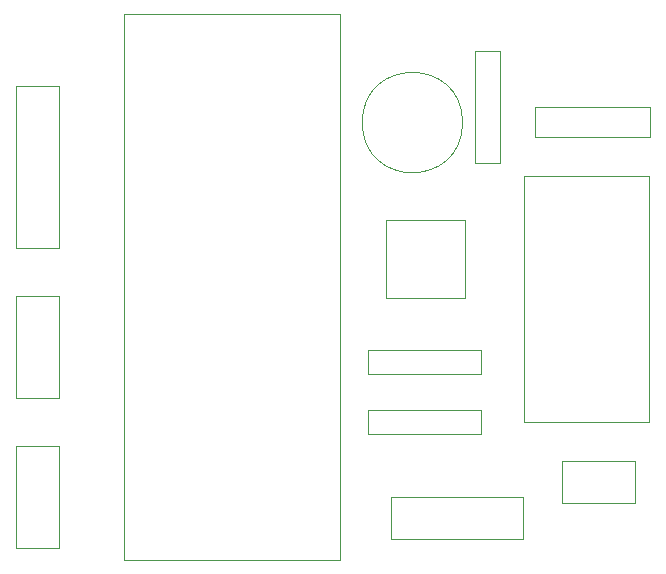
<source format=gbr>
G04 #@! TF.GenerationSoftware,KiCad,Pcbnew,5.1.8-db9833491~88~ubuntu18.04.1*
G04 #@! TF.CreationDate,2020-12-12T18:03:07+01:00*
G04 #@! TF.ProjectId,UselessBox,5573656c-6573-4734-926f-782e6b696361,rev?*
G04 #@! TF.SameCoordinates,Original*
G04 #@! TF.FileFunction,Other,User*
%FSLAX46Y46*%
G04 Gerber Fmt 4.6, Leading zero omitted, Abs format (unit mm)*
G04 Created by KiCad (PCBNEW 5.1.8-db9833491~88~ubuntu18.04.1) date 2020-12-12 18:03:07*
%MOMM*%
%LPD*%
G01*
G04 APERTURE LIST*
%ADD10C,0.050000*%
G04 APERTURE END LIST*
D10*
X115880000Y-101290000D02*
X122530000Y-101290000D01*
X122530000Y-101290000D02*
X122530000Y-94640000D01*
X122530000Y-94640000D02*
X115880000Y-94640000D01*
X115880000Y-94640000D02*
X115880000Y-101290000D01*
X122360000Y-86400000D02*
G75*
G03*
X122360000Y-86400000I-4250000J0D01*
G01*
X138102000Y-111786000D02*
X127582000Y-111786000D01*
X127582000Y-90906000D02*
X138102000Y-90906000D01*
X138102000Y-90906000D02*
X138102000Y-111786000D01*
X127582000Y-90906000D02*
X127582000Y-111786000D01*
X93720000Y-77220000D02*
X112000000Y-77220000D01*
X93720000Y-77220000D02*
X93720000Y-123440000D01*
X112000000Y-123440000D02*
X112000000Y-77220000D01*
X112000000Y-123440000D02*
X93720000Y-123440000D01*
X128490000Y-85110000D02*
X128490000Y-87610000D01*
X128490000Y-87610000D02*
X138210000Y-87610000D01*
X138210000Y-87610000D02*
X138210000Y-85110000D01*
X138210000Y-85110000D02*
X128490000Y-85110000D01*
X130788000Y-118640000D02*
X136938000Y-118640000D01*
X136938000Y-118640000D02*
X136938000Y-115040000D01*
X136938000Y-115040000D02*
X130788000Y-115040000D01*
X130788000Y-115040000D02*
X130788000Y-118640000D01*
X84560000Y-101070000D02*
X84560000Y-109720000D01*
X84560000Y-109720000D02*
X88160000Y-109720000D01*
X88160000Y-109720000D02*
X88160000Y-101070000D01*
X88160000Y-101070000D02*
X84560000Y-101070000D01*
X88160000Y-113770000D02*
X84560000Y-113770000D01*
X88160000Y-122420000D02*
X88160000Y-113770000D01*
X84560000Y-122420000D02*
X88160000Y-122420000D01*
X84560000Y-113770000D02*
X84560000Y-122420000D01*
X84560000Y-83290000D02*
X84560000Y-97040000D01*
X84560000Y-97040000D02*
X88160000Y-97040000D01*
X88160000Y-97040000D02*
X88160000Y-83290000D01*
X88160000Y-83290000D02*
X84560000Y-83290000D01*
X125510000Y-80330000D02*
X123410000Y-80330000D01*
X123410000Y-80330000D02*
X123410000Y-89850000D01*
X123410000Y-89850000D02*
X125510000Y-89850000D01*
X125510000Y-89850000D02*
X125510000Y-80330000D01*
X123886000Y-110710000D02*
X114366000Y-110710000D01*
X123886000Y-112810000D02*
X123886000Y-110710000D01*
X114366000Y-112810000D02*
X123886000Y-112810000D01*
X114366000Y-110710000D02*
X114366000Y-112810000D01*
X123886000Y-107730000D02*
X123886000Y-105630000D01*
X123886000Y-105630000D02*
X114366000Y-105630000D01*
X114366000Y-105630000D02*
X114366000Y-107730000D01*
X114366000Y-107730000D02*
X123886000Y-107730000D01*
X116310000Y-121688000D02*
X127510000Y-121688000D01*
X127510000Y-121688000D02*
X127510000Y-118088000D01*
X127510000Y-118088000D02*
X116310000Y-118088000D01*
X116310000Y-118088000D02*
X116310000Y-121688000D01*
M02*

</source>
